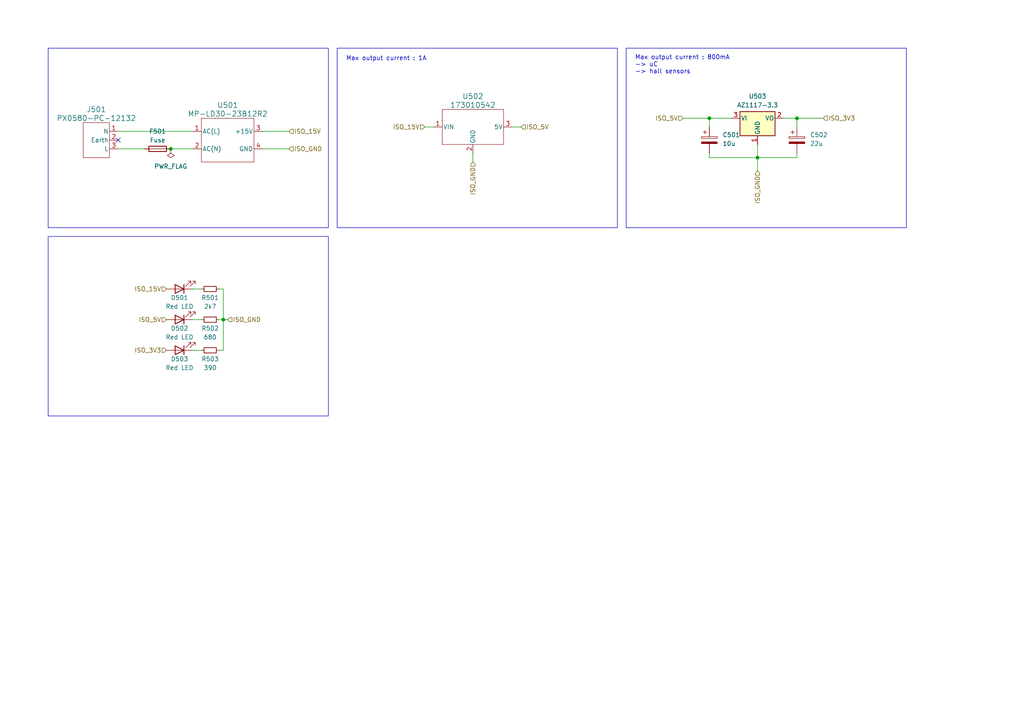
<source format=kicad_sch>
(kicad_sch (version 20250114) (generator "eeschema") (generator_version "9.0")
  (paper "A4")
  (title_block (title "AAP Inverter") (date "2023-05-01") (company "ENSEA"))
  (lib_symbols
    (symbol "Custom:173010542" (pin_names (offset 0.254))
      (property "Reference" "U" (at 7.62 -6.35 0))
      (property "Value" "173010542" (at 0 6.35 0))
      (symbol "173010542_0_1"
        (polyline (pts (xy -8.89 5.08) (xy -8.89 -5.08)) (stroke (width 0.127)))
        (polyline (pts (xy -8.89 -5.08) (xy 8.89 -5.08)) (stroke (width 0.127)))
        (polyline (pts (xy 8.89 5.08) (xy -8.89 5.08)) (stroke (width 0.127)))
        (polyline (pts (xy 8.89 -5.08) (xy 8.89 5.08)) (stroke (width 0.127)))
      )
      (symbol "173010542_1_1"
        (pin power_in line (at -11.43 0 0) (length 2.54) (name "VIN") (number "1"))
        (pin power_in line (at 0 -7.62 90) (length 2.54) (name "GND") (number "2"))
        (pin power_out line (at 11.43 0 180) (length 2.54) (name "5V") (number "3"))
      )
    )
    (symbol "Device:C_Polarized" (pin_numbers (hide yes)) (pin_names (offset 0.254))
      (property "Reference" "C" (at 0.635 2.54 0))
      (property "Value" "C_Polarized" (at 0.635 -2.54 0))
      (symbol "C_Polarized_0_1"
        (rectangle (start -2.286 0.508) (end 2.286 1.016))
        (polyline (pts (xy -1.778 2.286) (xy -0.762 2.286)))
        (polyline (pts (xy -1.27 2.794) (xy -1.27 1.778)))
        (rectangle (start 2.286 -0.508) (end -2.286 -1.016) (fill (type outline)))
      )
      (symbol "C_Polarized_1_1"
        (pin passive line (at 0 3.81 270) (length 2.794) (name "~") (number "1"))
        (pin passive line (at 0 -3.81 90) (length 2.794) (name "~") (number "2"))
      )
    )
    (symbol "Device:Fuse" (pin_numbers (hide yes)) (pin_names (offset 0))
      (property "Reference" "F" (at 2.032 0 90))
      (property "Value" "Fuse" (at -1.905 0 90))
      (symbol "Fuse_0_1"
        (rectangle (start -0.762 -2.54) (end 0.762 2.54) (stroke (width 0.254)))
        (polyline (pts (xy 0 2.54) (xy 0 -2.54)))
      )
      (symbol "Fuse_1_1"
        (pin passive line (at 0 3.81 270) (length 1.27) (name "~") (number "1"))
        (pin passive line (at 0 -3.81 90) (length 1.27) (name "~") (number "2"))
      )
    )
    (symbol "Device:LED" (pin_numbers (hide yes)) (pin_names (offset 1.016) (hide yes))
      (property "Reference" "D" (at 0 2.54 0))
      (property "Value" "LED" (at 0 -2.54 0))
      (symbol "LED_0_1"
        (polyline (pts (xy -3.048 -0.762) (xy -4.572 -2.286) (xy -3.81 -2.286) (xy -4.572 -2.286) (xy -4.572 -1.524)))
        (polyline (pts (xy -1.778 -0.762) (xy -3.302 -2.286) (xy -2.54 -2.286) (xy -3.302 -2.286) (xy -3.302 -1.524)))
        (polyline (pts (xy -1.27 0) (xy 1.27 0)))
        (polyline (pts (xy -1.27 -1.27) (xy -1.27 1.27)) (stroke (width 0.254)))
        (polyline (pts (xy 1.27 -1.27) (xy 1.27 1.27) (xy -1.27 0) (xy 1.27 -1.27)) (stroke (width 0.254)))
      )
      (symbol "LED_1_1"
        (pin passive line (at -3.81 0 0) (length 2.54) (name "K") (number "1"))
        (pin passive line (at 3.81 0 180) (length 2.54) (name "A") (number "2"))
      )
    )
    (symbol "Device:R_Small" (pin_numbers (hide yes)) (pin_names (offset 0.254) (hide yes))
      (property "Reference" "R" (at 0.762 0.508 0))
      (property "Value" "R_Small" (at 0.762 -1.016 0))
      (symbol "R_Small_0_1"
        (rectangle (start -0.762 1.778) (end 0.762 -1.778) (stroke (width 0.2032)))
      )
      (symbol "R_Small_1_1"
        (pin passive line (at 0 2.54 270) (length 0.762) (name "~") (number "1"))
        (pin passive line (at 0 -2.54 90) (length 0.762) (name "~") (number "2"))
      )
    )
    (symbol "MP-LD30-23B15R2:MP-LD30-23B12R2" (pin_names (offset 0.254))
      (property "Reference" "U" (at 5.08 -7.62 0))
      (property "Value" "MP-LD30-23B12R2" (at 0 7.62 0))
      (symbol "MP-LD30-23B12R2_0_1"
        (polyline (pts (xy -7.62 6.35) (xy -7.62 -6.35)) (stroke (width 0.127)))
        (polyline (pts (xy -7.62 -6.35) (xy 7.62 -6.35)) (stroke (width 0.127)))
        (polyline (pts (xy 7.62 6.35) (xy -7.62 6.35)) (stroke (width 0.127)))
        (polyline (pts (xy 7.62 -6.35) (xy 7.62 6.35)) (stroke (width 0.127)))
      )
      (symbol "MP-LD30-23B12R2_1_1"
        (pin power_in line (at -10.16 2.54 0) (length 2.54) (name "AC(L)") (number "1"))
        (pin power_in line (at -10.16 -2.54 0) (length 2.54) (name "AC(N)") (number "2"))
        (pin power_out line (at 10.16 2.54 180) (length 2.54) (name "+15V") (number "3"))
        (pin power_out line (at 10.16 -2.54 180) (length 2.54) (name "GND") (number "4"))
      )
    )
    (symbol "PX0580-PC-12132:PX0580-PC-12132" (pin_names (offset 0.254))
      (property "Reference" "J" (at -1.27 -6.35 0))
      (property "Value" "PX0580-PC-12132" (at -5.08 6.35 0))
      (symbol "PX0580-PC-12132_1_1"
        (polyline (pts (xy -7.62 5.08) (xy 0 5.08)) (stroke (width 0.127)))
        (polyline (pts (xy -7.62 -5.08) (xy -7.62 5.08)) (stroke (width 0.127)))
        (polyline (pts (xy 0 5.08) (xy 0 -5.08)) (stroke (width 0.127)))
        (polyline (pts (xy 0 -5.08) (xy -7.62 -5.08)) (stroke (width 0.127)))
        (pin power_out line (at 2.54 2.54 180) (length 2.54) (name "N") (number "1"))
        (pin power_out line (at 2.54 0 180) (length 2.54) (name "Earth") (number "2"))
        (pin power_out line (at 2.54 -2.54 180) (length 2.54) (name "L") (number "3"))
      )
      (symbol "PX0580-PC-12132_1_2"
        (polyline (pts (xy 5.08 2.54) (xy 5.08 -7.62)) (stroke (width 0.127)))
        (polyline (pts (xy 5.08 -7.62) (xy 12.7 -7.62)) (stroke (width 0.127)))
        (polyline (pts (xy 7.62 0) (xy 5.08 0)) (stroke (width 0.127)))
        (polyline (pts (xy 7.62 0) (xy 8.89 0.8467)) (stroke (width 0.127)))
        (polyline (pts (xy 7.62 0) (xy 8.89 -0.8467)) (stroke (width 0.127)))
        (polyline (pts (xy 7.62 -2.54) (xy 5.08 -2.54)) (stroke (width 0.127)))
        (polyline (pts (xy 7.62 -2.54) (xy 8.89 -1.6933)) (stroke (width 0.127)))
        (polyline (pts (xy 7.62 -2.54) (xy 8.89 -3.3867)) (stroke (width 0.127)))
        (polyline (pts (xy 7.62 -5.08) (xy 5.08 -5.08)) (stroke (width 0.127)))
        (polyline (pts (xy 7.62 -5.08) (xy 8.89 -4.2333)) (stroke (width 0.127)))
        (polyline (pts (xy 7.62 -5.08) (xy 8.89 -5.9267)) (stroke (width 0.127)))
        (polyline (pts (xy 12.7 2.54) (xy 5.08 2.54)) (stroke (width 0.127)))
        (polyline (pts (xy 12.7 -7.62) (xy 12.7 2.54)) (stroke (width 0.127)))
        (pin unspecified line (at 0 0 0) (length 5.08) (name "1") (number "1"))
        (pin unspecified line (at 0 -2.54 0) (length 5.08) (name "2") (number "2"))
        (pin unspecified line (at 0 -5.08 0) (length 5.08) (name "3") (number "3"))
      )
    )
    (symbol "Regulator_Linear:AZ1117-3.3" (pin_names (offset 0.254))
      (property "Reference" "U" (at -3.81 3.175 0))
      (property "Value" "AZ1117-3.3" (at 0 3.175 0))
      (symbol "AZ1117-3.3_0_1"
        (rectangle (start -5.08 1.905) (end 5.08 -5.08) (stroke (width 0.254)) (fill (type background)))
      )
      (symbol "AZ1117-3.3_1_1"
        (pin power_in line (at -7.62 0 0) (length 2.54) (name "VI") (number "3"))
        (pin power_in line (at 0 -7.62 90) (length 2.54) (name "GND") (number "1"))
        (pin power_out line (at 7.62 0 180) (length 2.54) (name "VO") (number "2"))
      )
    )
    (symbol "power:PWR_FLAG" (power) (pin_numbers (hide yes)) (pin_names (offset 0) (hide yes))
      (property "Value" "PWR_FLAG" (at 0 3.81 0))
      (symbol "PWR_FLAG_0_0"
        (pin power_out line (at 0 0 90) (length 0) (name "pwr") (number "1"))
      )
      (symbol "PWR_FLAG_0_1"
        (polyline (pts (xy 0 0) (xy 0 1.27) (xy -1.016 1.905) (xy 0 2.54) (xy 1.016 1.905) (xy 0 1.27)))
      )
    )
  )
  (rectangle (start 13.97 13.97) (end 95.25 66.04))
  (rectangle (start 13.97 68.58) (end 95.25 120.65))
  (rectangle (start 181.61 13.97) (end 262.89 66.04))
  (rectangle (start 97.79 13.97) (end 179.07 66.04))
  (text "Max output current : 800mA\n-> uC\n-> hall sensors" (at 184.15 21.59 0) (effects (font (size 1.27 1.27)) (justify left bottom)))
  (text "Max output current : 1A" (at 100.33 17.78 0) (effects (font (size 1.27 1.27)) (justify left bottom)))
  (junction (at 231.14 34.29))
  (junction (at 64.77 92.71))
  (junction (at 219.71 45.72))
  (junction (at 49.53 43.18))
  (junction (at 205.74 34.29))
  (no_connect (at 34.29 40.64))
  (wire (pts (xy 123.19 36.83) (xy 125.73 36.83)))
  (wire (pts (xy 55.88 83.82) (xy 58.42 83.82)))
  (wire (pts (xy 198.12 34.29) (xy 205.74 34.29)))
  (wire (pts (xy 64.77 83.82) (xy 64.77 92.71)))
  (wire (pts (xy 231.14 34.29) (xy 227.33 34.29)))
  (wire (pts (xy 64.77 92.71) (xy 64.77 101.6)))
  (wire (pts (xy 63.5 83.82) (xy 64.77 83.82)))
  (wire (pts (xy 64.77 92.71) (xy 66.04 92.71)))
  (wire (pts (xy 76.2 38.1) (xy 83.82 38.1)))
  (wire (pts (xy 205.74 34.29) (xy 205.74 36.83)))
  (wire (pts (xy 231.14 45.72) (xy 219.71 45.72)))
  (wire (pts (xy 205.74 44.45) (xy 205.74 45.72)))
  (wire (pts (xy 76.2 43.18) (xy 83.82 43.18)))
  (wire (pts (xy 205.74 45.72) (xy 219.71 45.72)))
  (wire (pts (xy 238.76 34.29) (xy 231.14 34.29)))
  (wire (pts (xy 151.13 36.83) (xy 148.59 36.83)))
  (wire (pts (xy 63.5 101.6) (xy 64.77 101.6)))
  (wire (pts (xy 63.5 92.71) (xy 64.77 92.71)))
  (wire (pts (xy 219.71 45.72) (xy 219.71 41.91)))
  (wire (pts (xy 231.14 44.45) (xy 231.14 45.72)))
  (wire (pts (xy 137.16 46.99) (xy 137.16 44.45)))
  (wire (pts (xy 219.71 49.53) (xy 219.71 45.72)))
  (wire (pts (xy 205.74 34.29) (xy 212.09 34.29)))
  (wire (pts (xy 55.88 92.71) (xy 58.42 92.71)))
  (wire (pts (xy 34.29 38.1) (xy 55.88 38.1)))
  (wire (pts (xy 49.53 43.18) (xy 55.88 43.18)))
  (wire (pts (xy 55.88 101.6) (xy 58.42 101.6)))
  (wire (pts (xy 231.14 34.29) (xy 231.14 36.83)))
  (wire (pts (xy 34.29 43.18) (xy 41.91 43.18)))
  (hierarchical_label "ISO_3V3" (shape input) (at 238.76 34.29 0))
  (hierarchical_label "ISO_5V" (shape input) (at 151.13 36.83 0))
  (hierarchical_label "ISO_GND" (shape input) (at 66.04 92.71 0))
  (hierarchical_label "ISO_15V" (shape input) (at 123.19 36.83 180))
  (hierarchical_label "ISO_15V" (shape input) (at 83.82 38.1 0))
  (hierarchical_label "ISO_GND" (shape input) (at 83.82 43.18 0))
  (hierarchical_label "ISO_GND" (shape input) (at 137.16 46.99 270))
  (hierarchical_label "ISO_5V" (shape input) (at 198.12 34.29 180))
  (hierarchical_label "ISO_15V" (shape input) (at 48.26 83.82 180))
  (hierarchical_label "ISO_GND" (shape input) (at 219.71 49.53 270))
  (hierarchical_label "ISO_5V" (shape input) (at 48.26 92.71 180))
  (hierarchical_label "ISO_3V3" (shape input) (at 48.26 101.6 180))
  (symbol (lib_id "Device:R_Small") (at 60.96 83.82 90) (unit 1)
    (property "Reference" "R501" (at 60.96 86.36 90))
    (property "Value" "2k7" (at 60.96 88.9 90))
    (property "Footprint" "Resistor_SMD:R_0402_1005Metric" (effects (hide yes)))
    (property "Fournisseur" "Stock" (effects (hide yes)))
  )
  (symbol (lib_id "Device:C_Polarized") (at 231.14 40.64 0) (unit 1)
    (property "Reference" "C502" (at 234.95 39.116 0) (effects (justify left)))
    (property "Value" "22u" (at 234.95 41.656 0) (effects (justify left)))
    (property "Footprint" "Capacitor_SMD:CP_Elec_5x5.4" (effects (hide yes)))
    (property "MFR" "865 060 442 002" (effects (hide yes)))
    (property "Fournisseur" "Wurth" (effects (hide yes)))
  )
  (symbol (lib_id "Regulator_Linear:AZ1117-3.3") (at 219.71 34.29 0) (unit 1)
    (property "Reference" "U503" (at 219.71 27.94 0))
    (property "Value" "AZ1117-3.3" (at 219.71 30.48 0))
    (property "Footprint" "Package_TO_SOT_SMD:SOT-223-3_TabPin2" (effects (hide yes)))
    (property "Datasheet" "https://www.diodes.com/assets/Datasheets/AZ1117.pdf" (effects (hide yes)))
    (property "Fournisseur" "RS" (effects (hide yes)))
    (property "MFR" "AZ1117H-3.3TRE1" (effects (hide yes)))
    (property "Ref" "921-0701" (effects (hide yes)))
  )
  (symbol (lib_id "PX0580-PC-12132:PX0580-PC-12132") (at 31.75 40.64 0) (unit 1)
    (property "Reference" "J501" (at 27.94 31.75 0) (effects (font (size 1.524 1.524))))
    (property "Value" "PX0580-PC-12132" (at 27.94 34.29 0) (effects (font (size 1.524 1.524))))
    (property "Footprint" "Custom:PX0580-PC-12132" (effects (hide yes)))
    (property "Datasheet" "PX0580-PC-12132" (effects (hide yes)))
    (property "Fournisseur" "RS" (effects (hide yes)))
    (property "MFR" "PX0580/PC/12132" (effects (hide yes)))
    (property "Ref" "261-5840" (effects (hide yes)))
  )
  (symbol (lib_id "Device:LED") (at 52.07 83.82 180) (unit 1)
    (property "Reference" "D501" (at 52.07 86.36 0))
    (property "Value" "Red LED" (at 52.07 88.9 0))
    (property "Footprint" "LED_SMD:LED_0603_1608Metric" (effects (hide yes)))
    (property "Fournisseur" "Wurth" (effects (hide yes)))
    (property "MFR" "150 060 RS5 504 0" (effects (hide yes)))
  )
  (symbol (lib_id "power:PWR_FLAG") (at 49.53 43.18 180) (unit 1)
    (property "Reference" "#FLG0501" (effects (hide yes)))
    (property "Value" "PWR_FLAG" (at 49.53 48.26 0))
  )
  (symbol (lib_id "Device:Fuse") (at 45.72 43.18 90) (unit 1)
    (property "Reference" "F501" (at 45.72 38.1 90))
    (property "Value" "Fuse" (at 45.72 40.64 90))
    (property "Footprint" "Custom:0031.8201" (effects (hide yes)))
    (property "Fournisseur" "Wurth" (effects (hide yes)))
    (property "MFR" "696 108 003 002" (effects (hide yes)))
  )
  (symbol (lib_id "Custom:173010542") (at 137.16 36.83 0) (unit 1)
    (property "Reference" "U502" (at 137.16 27.94 0) (effects (font (size 1.524 1.524))))
    (property "Value" "173010542" (at 137.16 30.48 0) (effects (font (size 1.524 1.524))))
    (property "Footprint" "Custom:173010578" (effects (hide yes)))
    (property "Datasheet" "173010542" (effects (hide yes)))
    (property "MFR" "173 010 542" (effects (hide yes)))
    (property "Fournisseur" "Wurth" (effects (hide yes)))
  )
  (symbol (lib_id "Device:LED") (at 52.07 92.71 180) (unit 1)
    (property "Reference" "D502" (at 52.07 95.25 0))
    (property "Value" "Red LED" (at 52.07 97.79 0))
    (property "Footprint" "LED_SMD:LED_0603_1608Metric" (effects (hide yes)))
    (property "Fournisseur" "Wurth" (effects (hide yes)))
    (property "MFR" "150 060 RS5 504 0" (effects (hide yes)))
  )
  (symbol (lib_id "Device:C_Polarized") (at 205.74 40.64 0) (unit 1)
    (property "Reference" "C501" (at 209.55 39.116 0) (effects (justify left)))
    (property "Value" "10u" (at 209.55 41.656 0) (effects (justify left)))
    (property "Footprint" "Capacitor_SMD:CP_Elec_4x5.4" (effects (hide yes)))
    (property "MFR" "865 060 440 001" (effects (hide yes)))
    (property "Fournisseur" "Wurth" (effects (hide yes)))
  )
  (symbol (lib_id "Device:R_Small") (at 60.96 101.6 90) (unit 1)
    (property "Reference" "R503" (at 60.96 104.14 90))
    (property "Value" "390" (at 60.96 106.68 90))
    (property "Footprint" "Resistor_SMD:R_0402_1005Metric" (effects (hide yes)))
    (property "Fournisseur" "Farnell" (effects (hide yes)))
    (property "MFR" "CRCW0402390RFKEDC" (effects (hide yes)))
    (property "Ref" "4177482" (effects (hide yes)))
  )
  (symbol (lib_id "Device:R_Small") (at 60.96 92.71 90) (unit 1)
    (property "Reference" "R502" (at 60.96 95.25 90))
    (property "Value" "680" (at 60.96 97.79 90))
    (property "Footprint" "Resistor_SMD:R_0402_1005Metric" (effects (hide yes)))
    (property "Fournisseur" "Stock" (effects (hide yes)))
  )
  (symbol (lib_id "Device:LED") (at 52.07 101.6 180) (unit 1)
    (property "Reference" "D503" (at 52.07 104.14 0))
    (property "Value" "Red LED" (at 52.07 106.68 0))
    (property "Footprint" "LED_SMD:LED_0603_1608Metric" (effects (hide yes)))
    (property "Fournisseur" "Wurth" (effects (hide yes)))
    (property "MFR" "150 060 RS5 504 0" (effects (hide yes)))
  )
  (symbol (lib_id "MP-LD30-23B15R2:MP-LD30-23B12R2") (at 66.04 40.64 0) (unit 1)
    (property "Reference" "U501" (at 66.04 30.48 0) (effects (font (size 1.524 1.524))))
    (property "Value" "MP-LD30-23B12R2" (at 66.04 33.02 0) (effects (font (size 1.524 1.524))))
    (property "Footprint" "Custom:MP-LD30-23B15R2" (effects (hide yes)))
    (property "Datasheet" "MP-LD30-23B12R2" (effects (hide yes)))
    (property "MFR" "MP-LD30-23B15R2" (effects (hide yes)))
    (property "Fournisseur" "Farnell" (effects (hide yes)))
    (property "Ref" "3780527" (effects (hide yes)))
  )
)
</source>
